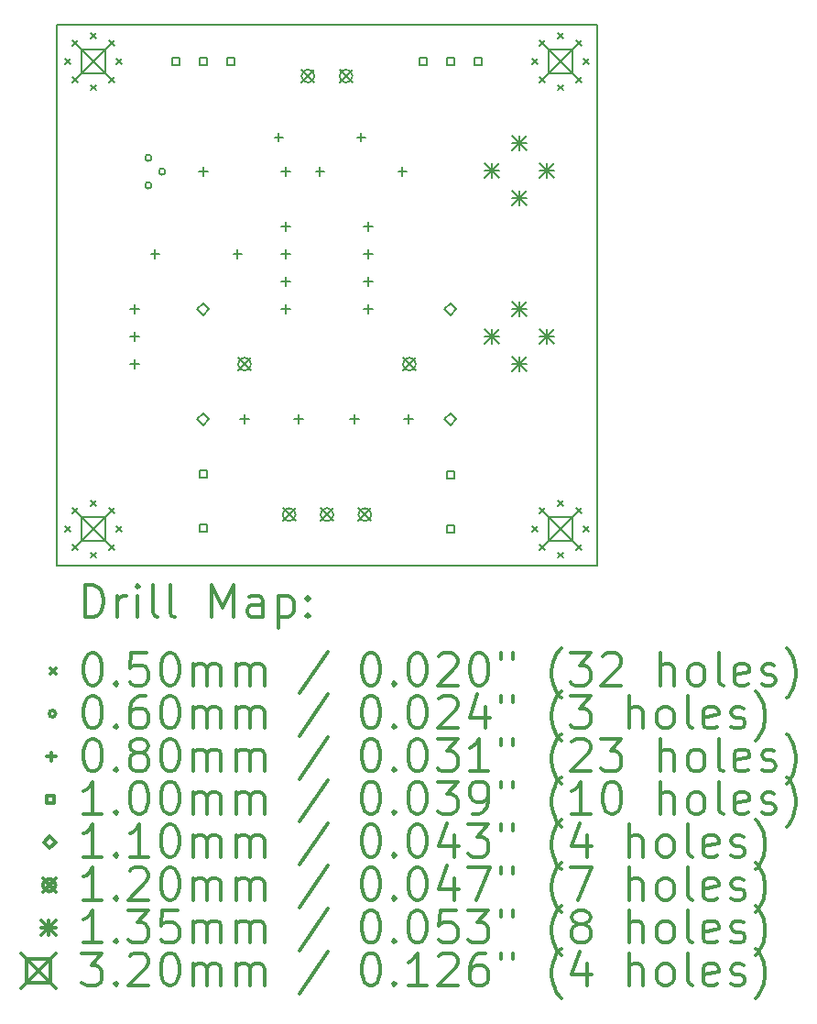
<source format=gbr>
%FSLAX45Y45*%
G04 Gerber Fmt 4.5, Leading zero omitted, Abs format (unit mm)*
G04 Created by KiCad (PCBNEW 4.0.7-e2-6376~58~ubuntu16.04.1) date Sun Apr  8 20:27:57 2018*
%MOMM*%
%LPD*%
G01*
G04 APERTURE LIST*
%ADD10C,0.127000*%
%ADD11C,0.150000*%
%ADD12C,0.200000*%
%ADD13C,0.300000*%
G04 APERTURE END LIST*
D10*
D11*
X5000000Y-5000000D02*
X5000000Y-10000000D01*
X10000000Y-5000000D02*
X10000000Y-10000000D01*
X5000000Y-10000000D02*
X10000000Y-10000000D01*
X5000000Y-5000000D02*
X10000000Y-5000000D01*
D12*
X5076000Y-5316000D02*
X5126000Y-5366000D01*
X5126000Y-5316000D02*
X5076000Y-5366000D01*
X5076000Y-9634000D02*
X5126000Y-9684000D01*
X5126000Y-9634000D02*
X5076000Y-9684000D01*
X5146294Y-5146294D02*
X5196294Y-5196294D01*
X5196294Y-5146294D02*
X5146294Y-5196294D01*
X5146294Y-5485706D02*
X5196294Y-5535706D01*
X5196294Y-5485706D02*
X5146294Y-5535706D01*
X5146294Y-9464294D02*
X5196294Y-9514294D01*
X5196294Y-9464294D02*
X5146294Y-9514294D01*
X5146294Y-9803706D02*
X5196294Y-9853706D01*
X5196294Y-9803706D02*
X5146294Y-9853706D01*
X5316000Y-5076000D02*
X5366000Y-5126000D01*
X5366000Y-5076000D02*
X5316000Y-5126000D01*
X5316000Y-5556000D02*
X5366000Y-5606000D01*
X5366000Y-5556000D02*
X5316000Y-5606000D01*
X5316000Y-9394000D02*
X5366000Y-9444000D01*
X5366000Y-9394000D02*
X5316000Y-9444000D01*
X5316000Y-9874000D02*
X5366000Y-9924000D01*
X5366000Y-9874000D02*
X5316000Y-9924000D01*
X5485706Y-5146294D02*
X5535706Y-5196294D01*
X5535706Y-5146294D02*
X5485706Y-5196294D01*
X5485706Y-5485706D02*
X5535706Y-5535706D01*
X5535706Y-5485706D02*
X5485706Y-5535706D01*
X5485706Y-9464294D02*
X5535706Y-9514294D01*
X5535706Y-9464294D02*
X5485706Y-9514294D01*
X5485706Y-9803706D02*
X5535706Y-9853706D01*
X5535706Y-9803706D02*
X5485706Y-9853706D01*
X5556000Y-5316000D02*
X5606000Y-5366000D01*
X5606000Y-5316000D02*
X5556000Y-5366000D01*
X5556000Y-9634000D02*
X5606000Y-9684000D01*
X5606000Y-9634000D02*
X5556000Y-9684000D01*
X9394000Y-5316000D02*
X9444000Y-5366000D01*
X9444000Y-5316000D02*
X9394000Y-5366000D01*
X9394000Y-9634000D02*
X9444000Y-9684000D01*
X9444000Y-9634000D02*
X9394000Y-9684000D01*
X9464294Y-5146294D02*
X9514294Y-5196294D01*
X9514294Y-5146294D02*
X9464294Y-5196294D01*
X9464294Y-5485706D02*
X9514294Y-5535706D01*
X9514294Y-5485706D02*
X9464294Y-5535706D01*
X9464294Y-9464294D02*
X9514294Y-9514294D01*
X9514294Y-9464294D02*
X9464294Y-9514294D01*
X9464294Y-9803706D02*
X9514294Y-9853706D01*
X9514294Y-9803706D02*
X9464294Y-9853706D01*
X9634000Y-5076000D02*
X9684000Y-5126000D01*
X9684000Y-5076000D02*
X9634000Y-5126000D01*
X9634000Y-5556000D02*
X9684000Y-5606000D01*
X9684000Y-5556000D02*
X9634000Y-5606000D01*
X9634000Y-9394000D02*
X9684000Y-9444000D01*
X9684000Y-9394000D02*
X9634000Y-9444000D01*
X9634000Y-9874000D02*
X9684000Y-9924000D01*
X9684000Y-9874000D02*
X9634000Y-9924000D01*
X9803706Y-5146294D02*
X9853706Y-5196294D01*
X9853706Y-5146294D02*
X9803706Y-5196294D01*
X9803706Y-5485706D02*
X9853706Y-5535706D01*
X9853706Y-5485706D02*
X9803706Y-5535706D01*
X9803706Y-9464294D02*
X9853706Y-9514294D01*
X9853706Y-9464294D02*
X9803706Y-9514294D01*
X9803706Y-9803706D02*
X9853706Y-9853706D01*
X9853706Y-9803706D02*
X9803706Y-9853706D01*
X9874000Y-5316000D02*
X9924000Y-5366000D01*
X9924000Y-5316000D02*
X9874000Y-5366000D01*
X9874000Y-9634000D02*
X9924000Y-9684000D01*
X9924000Y-9634000D02*
X9874000Y-9684000D01*
X5879000Y-6230000D02*
G75*
G03X5879000Y-6230000I-30000J0D01*
G01*
X5879000Y-6484000D02*
G75*
G03X5879000Y-6484000I-30000J0D01*
G01*
X6006000Y-6357000D02*
G75*
G03X6006000Y-6357000I-30000J0D01*
G01*
X5722000Y-7587000D02*
X5722000Y-7667000D01*
X5682000Y-7627000D02*
X5762000Y-7627000D01*
X5722000Y-7841000D02*
X5722000Y-7921000D01*
X5682000Y-7881000D02*
X5762000Y-7881000D01*
X5722000Y-8095000D02*
X5722000Y-8175000D01*
X5682000Y-8135000D02*
X5762000Y-8135000D01*
X5912500Y-7079000D02*
X5912500Y-7159000D01*
X5872500Y-7119000D02*
X5952500Y-7119000D01*
X6357000Y-6317000D02*
X6357000Y-6397000D01*
X6317000Y-6357000D02*
X6397000Y-6357000D01*
X6674500Y-7079000D02*
X6674500Y-7159000D01*
X6634500Y-7119000D02*
X6714500Y-7119000D01*
X6738000Y-8603000D02*
X6738000Y-8683000D01*
X6698000Y-8643000D02*
X6778000Y-8643000D01*
X7055500Y-5999500D02*
X7055500Y-6079500D01*
X7015500Y-6039500D02*
X7095500Y-6039500D01*
X7119000Y-6317000D02*
X7119000Y-6397000D01*
X7079000Y-6357000D02*
X7159000Y-6357000D01*
X7119000Y-6825000D02*
X7119000Y-6905000D01*
X7079000Y-6865000D02*
X7159000Y-6865000D01*
X7119000Y-7079000D02*
X7119000Y-7159000D01*
X7079000Y-7119000D02*
X7159000Y-7119000D01*
X7119000Y-7333000D02*
X7119000Y-7413000D01*
X7079000Y-7373000D02*
X7159000Y-7373000D01*
X7119000Y-7587000D02*
X7119000Y-7667000D01*
X7079000Y-7627000D02*
X7159000Y-7627000D01*
X7238000Y-8603000D02*
X7238000Y-8683000D01*
X7198000Y-8643000D02*
X7278000Y-8643000D01*
X7436500Y-6317000D02*
X7436500Y-6397000D01*
X7396500Y-6357000D02*
X7476500Y-6357000D01*
X7754000Y-8603000D02*
X7754000Y-8683000D01*
X7714000Y-8643000D02*
X7794000Y-8643000D01*
X7817500Y-5999500D02*
X7817500Y-6079500D01*
X7777500Y-6039500D02*
X7857500Y-6039500D01*
X7881000Y-6825000D02*
X7881000Y-6905000D01*
X7841000Y-6865000D02*
X7921000Y-6865000D01*
X7881000Y-7079000D02*
X7881000Y-7159000D01*
X7841000Y-7119000D02*
X7921000Y-7119000D01*
X7881000Y-7333000D02*
X7881000Y-7413000D01*
X7841000Y-7373000D02*
X7921000Y-7373000D01*
X7881000Y-7587000D02*
X7881000Y-7667000D01*
X7841000Y-7627000D02*
X7921000Y-7627000D01*
X8198500Y-6317000D02*
X8198500Y-6397000D01*
X8158500Y-6357000D02*
X8238500Y-6357000D01*
X8254000Y-8603000D02*
X8254000Y-8683000D01*
X8214000Y-8643000D02*
X8294000Y-8643000D01*
X6138356Y-5376356D02*
X6138356Y-5305644D01*
X6067644Y-5305644D01*
X6067644Y-5376356D01*
X6138356Y-5376356D01*
X6392356Y-5376356D02*
X6392356Y-5305644D01*
X6321644Y-5305644D01*
X6321644Y-5376356D01*
X6392356Y-5376356D01*
X6392356Y-9186356D02*
X6392356Y-9115644D01*
X6321644Y-9115644D01*
X6321644Y-9186356D01*
X6392356Y-9186356D01*
X6392356Y-9686356D02*
X6392356Y-9615644D01*
X6321644Y-9615644D01*
X6321644Y-9686356D01*
X6392356Y-9686356D01*
X6646356Y-5376356D02*
X6646356Y-5305644D01*
X6575644Y-5305644D01*
X6575644Y-5376356D01*
X6646356Y-5376356D01*
X8424356Y-5376356D02*
X8424356Y-5305644D01*
X8353644Y-5305644D01*
X8353644Y-5376356D01*
X8424356Y-5376356D01*
X8678356Y-5376356D02*
X8678356Y-5305644D01*
X8607644Y-5305644D01*
X8607644Y-5376356D01*
X8678356Y-5376356D01*
X8678356Y-9194356D02*
X8678356Y-9123644D01*
X8607644Y-9123644D01*
X8607644Y-9194356D01*
X8678356Y-9194356D01*
X8678356Y-9694356D02*
X8678356Y-9623644D01*
X8607644Y-9623644D01*
X8607644Y-9694356D01*
X8678356Y-9694356D01*
X8932356Y-5376356D02*
X8932356Y-5305644D01*
X8861644Y-5305644D01*
X8861644Y-5376356D01*
X8932356Y-5376356D01*
X6357000Y-7682000D02*
X6412000Y-7627000D01*
X6357000Y-7572000D01*
X6302000Y-7627000D01*
X6357000Y-7682000D01*
X6357000Y-8698000D02*
X6412000Y-8643000D01*
X6357000Y-8588000D01*
X6302000Y-8643000D01*
X6357000Y-8698000D01*
X8643000Y-7682000D02*
X8698000Y-7627000D01*
X8643000Y-7572000D01*
X8588000Y-7627000D01*
X8643000Y-7682000D01*
X8643000Y-8698000D02*
X8698000Y-8643000D01*
X8643000Y-8588000D01*
X8588000Y-8643000D01*
X8643000Y-8698000D01*
X6678000Y-8075000D02*
X6798000Y-8195000D01*
X6798000Y-8075000D02*
X6678000Y-8195000D01*
X6798000Y-8135000D02*
G75*
G03X6798000Y-8135000I-60000J0D01*
G01*
X7090000Y-9465500D02*
X7210000Y-9585500D01*
X7210000Y-9465500D02*
X7090000Y-9585500D01*
X7210000Y-9525500D02*
G75*
G03X7210000Y-9525500I-60000J0D01*
G01*
X7265000Y-5414500D02*
X7385000Y-5534500D01*
X7385000Y-5414500D02*
X7265000Y-5534500D01*
X7385000Y-5474500D02*
G75*
G03X7385000Y-5474500I-60000J0D01*
G01*
X7440000Y-9465500D02*
X7560000Y-9585500D01*
X7560000Y-9465500D02*
X7440000Y-9585500D01*
X7560000Y-9525500D02*
G75*
G03X7560000Y-9525500I-60000J0D01*
G01*
X7615000Y-5414500D02*
X7735000Y-5534500D01*
X7735000Y-5414500D02*
X7615000Y-5534500D01*
X7735000Y-5474500D02*
G75*
G03X7735000Y-5474500I-60000J0D01*
G01*
X7790000Y-9465500D02*
X7910000Y-9585500D01*
X7910000Y-9465500D02*
X7790000Y-9585500D01*
X7910000Y-9525500D02*
G75*
G03X7910000Y-9525500I-60000J0D01*
G01*
X8202000Y-8075000D02*
X8322000Y-8195000D01*
X8322000Y-8075000D02*
X8202000Y-8195000D01*
X8322000Y-8135000D02*
G75*
G03X8322000Y-8135000I-60000J0D01*
G01*
X8956500Y-6281500D02*
X9091500Y-6416500D01*
X9091500Y-6281500D02*
X8956500Y-6416500D01*
X9024000Y-6281500D02*
X9024000Y-6416500D01*
X8956500Y-6349000D02*
X9091500Y-6349000D01*
X8956500Y-7813500D02*
X9091500Y-7948500D01*
X9091500Y-7813500D02*
X8956500Y-7948500D01*
X9024000Y-7813500D02*
X9024000Y-7948500D01*
X8956500Y-7881000D02*
X9091500Y-7881000D01*
X9210500Y-6027500D02*
X9345500Y-6162500D01*
X9345500Y-6027500D02*
X9210500Y-6162500D01*
X9278000Y-6027500D02*
X9278000Y-6162500D01*
X9210500Y-6095000D02*
X9345500Y-6095000D01*
X9210500Y-6535500D02*
X9345500Y-6670500D01*
X9345500Y-6535500D02*
X9210500Y-6670500D01*
X9278000Y-6535500D02*
X9278000Y-6670500D01*
X9210500Y-6603000D02*
X9345500Y-6603000D01*
X9210500Y-7559500D02*
X9345500Y-7694500D01*
X9345500Y-7559500D02*
X9210500Y-7694500D01*
X9278000Y-7559500D02*
X9278000Y-7694500D01*
X9210500Y-7627000D02*
X9345500Y-7627000D01*
X9210500Y-8067500D02*
X9345500Y-8202500D01*
X9345500Y-8067500D02*
X9210500Y-8202500D01*
X9278000Y-8067500D02*
X9278000Y-8202500D01*
X9210500Y-8135000D02*
X9345500Y-8135000D01*
X9464500Y-6281500D02*
X9599500Y-6416500D01*
X9599500Y-6281500D02*
X9464500Y-6416500D01*
X9532000Y-6281500D02*
X9532000Y-6416500D01*
X9464500Y-6349000D02*
X9599500Y-6349000D01*
X9464500Y-7813500D02*
X9599500Y-7948500D01*
X9599500Y-7813500D02*
X9464500Y-7948500D01*
X9532000Y-7813500D02*
X9532000Y-7948500D01*
X9464500Y-7881000D02*
X9599500Y-7881000D01*
X5181000Y-5181000D02*
X5501000Y-5501000D01*
X5501000Y-5181000D02*
X5181000Y-5501000D01*
X5454138Y-5454138D02*
X5454138Y-5227862D01*
X5227862Y-5227862D01*
X5227862Y-5454138D01*
X5454138Y-5454138D01*
X5181000Y-9499000D02*
X5501000Y-9819000D01*
X5501000Y-9499000D02*
X5181000Y-9819000D01*
X5454138Y-9772138D02*
X5454138Y-9545862D01*
X5227862Y-9545862D01*
X5227862Y-9772138D01*
X5454138Y-9772138D01*
X9499000Y-5181000D02*
X9819000Y-5501000D01*
X9819000Y-5181000D02*
X9499000Y-5501000D01*
X9772138Y-5454138D02*
X9772138Y-5227862D01*
X9545862Y-5227862D01*
X9545862Y-5454138D01*
X9772138Y-5454138D01*
X9499000Y-9499000D02*
X9819000Y-9819000D01*
X9819000Y-9499000D02*
X9499000Y-9819000D01*
X9772138Y-9772138D02*
X9772138Y-9545862D01*
X9545862Y-9545862D01*
X9545862Y-9772138D01*
X9772138Y-9772138D01*
D13*
X5263929Y-10473214D02*
X5263929Y-10173214D01*
X5335357Y-10173214D01*
X5378214Y-10187500D01*
X5406786Y-10216072D01*
X5421071Y-10244643D01*
X5435357Y-10301786D01*
X5435357Y-10344643D01*
X5421071Y-10401786D01*
X5406786Y-10430357D01*
X5378214Y-10458929D01*
X5335357Y-10473214D01*
X5263929Y-10473214D01*
X5563929Y-10473214D02*
X5563929Y-10273214D01*
X5563929Y-10330357D02*
X5578214Y-10301786D01*
X5592500Y-10287500D01*
X5621071Y-10273214D01*
X5649643Y-10273214D01*
X5749643Y-10473214D02*
X5749643Y-10273214D01*
X5749643Y-10173214D02*
X5735357Y-10187500D01*
X5749643Y-10201786D01*
X5763928Y-10187500D01*
X5749643Y-10173214D01*
X5749643Y-10201786D01*
X5935357Y-10473214D02*
X5906786Y-10458929D01*
X5892500Y-10430357D01*
X5892500Y-10173214D01*
X6092500Y-10473214D02*
X6063928Y-10458929D01*
X6049643Y-10430357D01*
X6049643Y-10173214D01*
X6435357Y-10473214D02*
X6435357Y-10173214D01*
X6535357Y-10387500D01*
X6635357Y-10173214D01*
X6635357Y-10473214D01*
X6906786Y-10473214D02*
X6906786Y-10316072D01*
X6892500Y-10287500D01*
X6863928Y-10273214D01*
X6806786Y-10273214D01*
X6778214Y-10287500D01*
X6906786Y-10458929D02*
X6878214Y-10473214D01*
X6806786Y-10473214D01*
X6778214Y-10458929D01*
X6763928Y-10430357D01*
X6763928Y-10401786D01*
X6778214Y-10373214D01*
X6806786Y-10358929D01*
X6878214Y-10358929D01*
X6906786Y-10344643D01*
X7049643Y-10273214D02*
X7049643Y-10573214D01*
X7049643Y-10287500D02*
X7078214Y-10273214D01*
X7135357Y-10273214D01*
X7163928Y-10287500D01*
X7178214Y-10301786D01*
X7192500Y-10330357D01*
X7192500Y-10416072D01*
X7178214Y-10444643D01*
X7163928Y-10458929D01*
X7135357Y-10473214D01*
X7078214Y-10473214D01*
X7049643Y-10458929D01*
X7321071Y-10444643D02*
X7335357Y-10458929D01*
X7321071Y-10473214D01*
X7306786Y-10458929D01*
X7321071Y-10444643D01*
X7321071Y-10473214D01*
X7321071Y-10287500D02*
X7335357Y-10301786D01*
X7321071Y-10316072D01*
X7306786Y-10301786D01*
X7321071Y-10287500D01*
X7321071Y-10316072D01*
X4942500Y-10942500D02*
X4992500Y-10992500D01*
X4992500Y-10942500D02*
X4942500Y-10992500D01*
X5321071Y-10803214D02*
X5349643Y-10803214D01*
X5378214Y-10817500D01*
X5392500Y-10831786D01*
X5406786Y-10860357D01*
X5421071Y-10917500D01*
X5421071Y-10988929D01*
X5406786Y-11046072D01*
X5392500Y-11074643D01*
X5378214Y-11088929D01*
X5349643Y-11103214D01*
X5321071Y-11103214D01*
X5292500Y-11088929D01*
X5278214Y-11074643D01*
X5263929Y-11046072D01*
X5249643Y-10988929D01*
X5249643Y-10917500D01*
X5263929Y-10860357D01*
X5278214Y-10831786D01*
X5292500Y-10817500D01*
X5321071Y-10803214D01*
X5549643Y-11074643D02*
X5563929Y-11088929D01*
X5549643Y-11103214D01*
X5535357Y-11088929D01*
X5549643Y-11074643D01*
X5549643Y-11103214D01*
X5835357Y-10803214D02*
X5692500Y-10803214D01*
X5678214Y-10946072D01*
X5692500Y-10931786D01*
X5721071Y-10917500D01*
X5792500Y-10917500D01*
X5821071Y-10931786D01*
X5835357Y-10946072D01*
X5849643Y-10974643D01*
X5849643Y-11046072D01*
X5835357Y-11074643D01*
X5821071Y-11088929D01*
X5792500Y-11103214D01*
X5721071Y-11103214D01*
X5692500Y-11088929D01*
X5678214Y-11074643D01*
X6035357Y-10803214D02*
X6063928Y-10803214D01*
X6092500Y-10817500D01*
X6106786Y-10831786D01*
X6121071Y-10860357D01*
X6135357Y-10917500D01*
X6135357Y-10988929D01*
X6121071Y-11046072D01*
X6106786Y-11074643D01*
X6092500Y-11088929D01*
X6063928Y-11103214D01*
X6035357Y-11103214D01*
X6006786Y-11088929D01*
X5992500Y-11074643D01*
X5978214Y-11046072D01*
X5963928Y-10988929D01*
X5963928Y-10917500D01*
X5978214Y-10860357D01*
X5992500Y-10831786D01*
X6006786Y-10817500D01*
X6035357Y-10803214D01*
X6263928Y-11103214D02*
X6263928Y-10903214D01*
X6263928Y-10931786D02*
X6278214Y-10917500D01*
X6306786Y-10903214D01*
X6349643Y-10903214D01*
X6378214Y-10917500D01*
X6392500Y-10946072D01*
X6392500Y-11103214D01*
X6392500Y-10946072D02*
X6406786Y-10917500D01*
X6435357Y-10903214D01*
X6478214Y-10903214D01*
X6506786Y-10917500D01*
X6521071Y-10946072D01*
X6521071Y-11103214D01*
X6663928Y-11103214D02*
X6663928Y-10903214D01*
X6663928Y-10931786D02*
X6678214Y-10917500D01*
X6706786Y-10903214D01*
X6749643Y-10903214D01*
X6778214Y-10917500D01*
X6792500Y-10946072D01*
X6792500Y-11103214D01*
X6792500Y-10946072D02*
X6806786Y-10917500D01*
X6835357Y-10903214D01*
X6878214Y-10903214D01*
X6906786Y-10917500D01*
X6921071Y-10946072D01*
X6921071Y-11103214D01*
X7506786Y-10788929D02*
X7249643Y-11174643D01*
X7892500Y-10803214D02*
X7921071Y-10803214D01*
X7949643Y-10817500D01*
X7963928Y-10831786D01*
X7978214Y-10860357D01*
X7992500Y-10917500D01*
X7992500Y-10988929D01*
X7978214Y-11046072D01*
X7963928Y-11074643D01*
X7949643Y-11088929D01*
X7921071Y-11103214D01*
X7892500Y-11103214D01*
X7863928Y-11088929D01*
X7849643Y-11074643D01*
X7835357Y-11046072D01*
X7821071Y-10988929D01*
X7821071Y-10917500D01*
X7835357Y-10860357D01*
X7849643Y-10831786D01*
X7863928Y-10817500D01*
X7892500Y-10803214D01*
X8121071Y-11074643D02*
X8135357Y-11088929D01*
X8121071Y-11103214D01*
X8106786Y-11088929D01*
X8121071Y-11074643D01*
X8121071Y-11103214D01*
X8321071Y-10803214D02*
X8349643Y-10803214D01*
X8378214Y-10817500D01*
X8392500Y-10831786D01*
X8406786Y-10860357D01*
X8421071Y-10917500D01*
X8421071Y-10988929D01*
X8406786Y-11046072D01*
X8392500Y-11074643D01*
X8378214Y-11088929D01*
X8349643Y-11103214D01*
X8321071Y-11103214D01*
X8292500Y-11088929D01*
X8278214Y-11074643D01*
X8263928Y-11046072D01*
X8249643Y-10988929D01*
X8249643Y-10917500D01*
X8263928Y-10860357D01*
X8278214Y-10831786D01*
X8292500Y-10817500D01*
X8321071Y-10803214D01*
X8535357Y-10831786D02*
X8549643Y-10817500D01*
X8578214Y-10803214D01*
X8649643Y-10803214D01*
X8678214Y-10817500D01*
X8692500Y-10831786D01*
X8706786Y-10860357D01*
X8706786Y-10888929D01*
X8692500Y-10931786D01*
X8521071Y-11103214D01*
X8706786Y-11103214D01*
X8892500Y-10803214D02*
X8921071Y-10803214D01*
X8949643Y-10817500D01*
X8963928Y-10831786D01*
X8978214Y-10860357D01*
X8992500Y-10917500D01*
X8992500Y-10988929D01*
X8978214Y-11046072D01*
X8963928Y-11074643D01*
X8949643Y-11088929D01*
X8921071Y-11103214D01*
X8892500Y-11103214D01*
X8863928Y-11088929D01*
X8849643Y-11074643D01*
X8835357Y-11046072D01*
X8821071Y-10988929D01*
X8821071Y-10917500D01*
X8835357Y-10860357D01*
X8849643Y-10831786D01*
X8863928Y-10817500D01*
X8892500Y-10803214D01*
X9106786Y-10803214D02*
X9106786Y-10860357D01*
X9221071Y-10803214D02*
X9221071Y-10860357D01*
X9663928Y-11217500D02*
X9649643Y-11203214D01*
X9621071Y-11160357D01*
X9606786Y-11131786D01*
X9592500Y-11088929D01*
X9578214Y-11017500D01*
X9578214Y-10960357D01*
X9592500Y-10888929D01*
X9606786Y-10846072D01*
X9621071Y-10817500D01*
X9649643Y-10774643D01*
X9663928Y-10760357D01*
X9749643Y-10803214D02*
X9935357Y-10803214D01*
X9835357Y-10917500D01*
X9878214Y-10917500D01*
X9906786Y-10931786D01*
X9921071Y-10946072D01*
X9935357Y-10974643D01*
X9935357Y-11046072D01*
X9921071Y-11074643D01*
X9906786Y-11088929D01*
X9878214Y-11103214D01*
X9792500Y-11103214D01*
X9763928Y-11088929D01*
X9749643Y-11074643D01*
X10049643Y-10831786D02*
X10063928Y-10817500D01*
X10092500Y-10803214D01*
X10163928Y-10803214D01*
X10192500Y-10817500D01*
X10206786Y-10831786D01*
X10221071Y-10860357D01*
X10221071Y-10888929D01*
X10206786Y-10931786D01*
X10035357Y-11103214D01*
X10221071Y-11103214D01*
X10578214Y-11103214D02*
X10578214Y-10803214D01*
X10706786Y-11103214D02*
X10706786Y-10946072D01*
X10692500Y-10917500D01*
X10663928Y-10903214D01*
X10621071Y-10903214D01*
X10592500Y-10917500D01*
X10578214Y-10931786D01*
X10892500Y-11103214D02*
X10863928Y-11088929D01*
X10849643Y-11074643D01*
X10835357Y-11046072D01*
X10835357Y-10960357D01*
X10849643Y-10931786D01*
X10863928Y-10917500D01*
X10892500Y-10903214D01*
X10935357Y-10903214D01*
X10963928Y-10917500D01*
X10978214Y-10931786D01*
X10992500Y-10960357D01*
X10992500Y-11046072D01*
X10978214Y-11074643D01*
X10963928Y-11088929D01*
X10935357Y-11103214D01*
X10892500Y-11103214D01*
X11163928Y-11103214D02*
X11135357Y-11088929D01*
X11121071Y-11060357D01*
X11121071Y-10803214D01*
X11392500Y-11088929D02*
X11363928Y-11103214D01*
X11306786Y-11103214D01*
X11278214Y-11088929D01*
X11263928Y-11060357D01*
X11263928Y-10946072D01*
X11278214Y-10917500D01*
X11306786Y-10903214D01*
X11363928Y-10903214D01*
X11392500Y-10917500D01*
X11406786Y-10946072D01*
X11406786Y-10974643D01*
X11263928Y-11003214D01*
X11521071Y-11088929D02*
X11549643Y-11103214D01*
X11606786Y-11103214D01*
X11635357Y-11088929D01*
X11649643Y-11060357D01*
X11649643Y-11046072D01*
X11635357Y-11017500D01*
X11606786Y-11003214D01*
X11563928Y-11003214D01*
X11535357Y-10988929D01*
X11521071Y-10960357D01*
X11521071Y-10946072D01*
X11535357Y-10917500D01*
X11563928Y-10903214D01*
X11606786Y-10903214D01*
X11635357Y-10917500D01*
X11749643Y-11217500D02*
X11763928Y-11203214D01*
X11792500Y-11160357D01*
X11806786Y-11131786D01*
X11821071Y-11088929D01*
X11835357Y-11017500D01*
X11835357Y-10960357D01*
X11821071Y-10888929D01*
X11806786Y-10846072D01*
X11792500Y-10817500D01*
X11763928Y-10774643D01*
X11749643Y-10760357D01*
X4992500Y-11363500D02*
G75*
G03X4992500Y-11363500I-30000J0D01*
G01*
X5321071Y-11199214D02*
X5349643Y-11199214D01*
X5378214Y-11213500D01*
X5392500Y-11227786D01*
X5406786Y-11256357D01*
X5421071Y-11313500D01*
X5421071Y-11384929D01*
X5406786Y-11442071D01*
X5392500Y-11470643D01*
X5378214Y-11484929D01*
X5349643Y-11499214D01*
X5321071Y-11499214D01*
X5292500Y-11484929D01*
X5278214Y-11470643D01*
X5263929Y-11442071D01*
X5249643Y-11384929D01*
X5249643Y-11313500D01*
X5263929Y-11256357D01*
X5278214Y-11227786D01*
X5292500Y-11213500D01*
X5321071Y-11199214D01*
X5549643Y-11470643D02*
X5563929Y-11484929D01*
X5549643Y-11499214D01*
X5535357Y-11484929D01*
X5549643Y-11470643D01*
X5549643Y-11499214D01*
X5821071Y-11199214D02*
X5763928Y-11199214D01*
X5735357Y-11213500D01*
X5721071Y-11227786D01*
X5692500Y-11270643D01*
X5678214Y-11327786D01*
X5678214Y-11442071D01*
X5692500Y-11470643D01*
X5706786Y-11484929D01*
X5735357Y-11499214D01*
X5792500Y-11499214D01*
X5821071Y-11484929D01*
X5835357Y-11470643D01*
X5849643Y-11442071D01*
X5849643Y-11370643D01*
X5835357Y-11342071D01*
X5821071Y-11327786D01*
X5792500Y-11313500D01*
X5735357Y-11313500D01*
X5706786Y-11327786D01*
X5692500Y-11342071D01*
X5678214Y-11370643D01*
X6035357Y-11199214D02*
X6063928Y-11199214D01*
X6092500Y-11213500D01*
X6106786Y-11227786D01*
X6121071Y-11256357D01*
X6135357Y-11313500D01*
X6135357Y-11384929D01*
X6121071Y-11442071D01*
X6106786Y-11470643D01*
X6092500Y-11484929D01*
X6063928Y-11499214D01*
X6035357Y-11499214D01*
X6006786Y-11484929D01*
X5992500Y-11470643D01*
X5978214Y-11442071D01*
X5963928Y-11384929D01*
X5963928Y-11313500D01*
X5978214Y-11256357D01*
X5992500Y-11227786D01*
X6006786Y-11213500D01*
X6035357Y-11199214D01*
X6263928Y-11499214D02*
X6263928Y-11299214D01*
X6263928Y-11327786D02*
X6278214Y-11313500D01*
X6306786Y-11299214D01*
X6349643Y-11299214D01*
X6378214Y-11313500D01*
X6392500Y-11342071D01*
X6392500Y-11499214D01*
X6392500Y-11342071D02*
X6406786Y-11313500D01*
X6435357Y-11299214D01*
X6478214Y-11299214D01*
X6506786Y-11313500D01*
X6521071Y-11342071D01*
X6521071Y-11499214D01*
X6663928Y-11499214D02*
X6663928Y-11299214D01*
X6663928Y-11327786D02*
X6678214Y-11313500D01*
X6706786Y-11299214D01*
X6749643Y-11299214D01*
X6778214Y-11313500D01*
X6792500Y-11342071D01*
X6792500Y-11499214D01*
X6792500Y-11342071D02*
X6806786Y-11313500D01*
X6835357Y-11299214D01*
X6878214Y-11299214D01*
X6906786Y-11313500D01*
X6921071Y-11342071D01*
X6921071Y-11499214D01*
X7506786Y-11184929D02*
X7249643Y-11570643D01*
X7892500Y-11199214D02*
X7921071Y-11199214D01*
X7949643Y-11213500D01*
X7963928Y-11227786D01*
X7978214Y-11256357D01*
X7992500Y-11313500D01*
X7992500Y-11384929D01*
X7978214Y-11442071D01*
X7963928Y-11470643D01*
X7949643Y-11484929D01*
X7921071Y-11499214D01*
X7892500Y-11499214D01*
X7863928Y-11484929D01*
X7849643Y-11470643D01*
X7835357Y-11442071D01*
X7821071Y-11384929D01*
X7821071Y-11313500D01*
X7835357Y-11256357D01*
X7849643Y-11227786D01*
X7863928Y-11213500D01*
X7892500Y-11199214D01*
X8121071Y-11470643D02*
X8135357Y-11484929D01*
X8121071Y-11499214D01*
X8106786Y-11484929D01*
X8121071Y-11470643D01*
X8121071Y-11499214D01*
X8321071Y-11199214D02*
X8349643Y-11199214D01*
X8378214Y-11213500D01*
X8392500Y-11227786D01*
X8406786Y-11256357D01*
X8421071Y-11313500D01*
X8421071Y-11384929D01*
X8406786Y-11442071D01*
X8392500Y-11470643D01*
X8378214Y-11484929D01*
X8349643Y-11499214D01*
X8321071Y-11499214D01*
X8292500Y-11484929D01*
X8278214Y-11470643D01*
X8263928Y-11442071D01*
X8249643Y-11384929D01*
X8249643Y-11313500D01*
X8263928Y-11256357D01*
X8278214Y-11227786D01*
X8292500Y-11213500D01*
X8321071Y-11199214D01*
X8535357Y-11227786D02*
X8549643Y-11213500D01*
X8578214Y-11199214D01*
X8649643Y-11199214D01*
X8678214Y-11213500D01*
X8692500Y-11227786D01*
X8706786Y-11256357D01*
X8706786Y-11284929D01*
X8692500Y-11327786D01*
X8521071Y-11499214D01*
X8706786Y-11499214D01*
X8963928Y-11299214D02*
X8963928Y-11499214D01*
X8892500Y-11184929D02*
X8821071Y-11399214D01*
X9006786Y-11399214D01*
X9106786Y-11199214D02*
X9106786Y-11256357D01*
X9221071Y-11199214D02*
X9221071Y-11256357D01*
X9663928Y-11613500D02*
X9649643Y-11599214D01*
X9621071Y-11556357D01*
X9606786Y-11527786D01*
X9592500Y-11484929D01*
X9578214Y-11413500D01*
X9578214Y-11356357D01*
X9592500Y-11284929D01*
X9606786Y-11242071D01*
X9621071Y-11213500D01*
X9649643Y-11170643D01*
X9663928Y-11156357D01*
X9749643Y-11199214D02*
X9935357Y-11199214D01*
X9835357Y-11313500D01*
X9878214Y-11313500D01*
X9906786Y-11327786D01*
X9921071Y-11342071D01*
X9935357Y-11370643D01*
X9935357Y-11442071D01*
X9921071Y-11470643D01*
X9906786Y-11484929D01*
X9878214Y-11499214D01*
X9792500Y-11499214D01*
X9763928Y-11484929D01*
X9749643Y-11470643D01*
X10292500Y-11499214D02*
X10292500Y-11199214D01*
X10421071Y-11499214D02*
X10421071Y-11342071D01*
X10406786Y-11313500D01*
X10378214Y-11299214D01*
X10335357Y-11299214D01*
X10306786Y-11313500D01*
X10292500Y-11327786D01*
X10606786Y-11499214D02*
X10578214Y-11484929D01*
X10563928Y-11470643D01*
X10549643Y-11442071D01*
X10549643Y-11356357D01*
X10563928Y-11327786D01*
X10578214Y-11313500D01*
X10606786Y-11299214D01*
X10649643Y-11299214D01*
X10678214Y-11313500D01*
X10692500Y-11327786D01*
X10706786Y-11356357D01*
X10706786Y-11442071D01*
X10692500Y-11470643D01*
X10678214Y-11484929D01*
X10649643Y-11499214D01*
X10606786Y-11499214D01*
X10878214Y-11499214D02*
X10849643Y-11484929D01*
X10835357Y-11456357D01*
X10835357Y-11199214D01*
X11106786Y-11484929D02*
X11078214Y-11499214D01*
X11021071Y-11499214D01*
X10992500Y-11484929D01*
X10978214Y-11456357D01*
X10978214Y-11342071D01*
X10992500Y-11313500D01*
X11021071Y-11299214D01*
X11078214Y-11299214D01*
X11106786Y-11313500D01*
X11121071Y-11342071D01*
X11121071Y-11370643D01*
X10978214Y-11399214D01*
X11235357Y-11484929D02*
X11263928Y-11499214D01*
X11321071Y-11499214D01*
X11349643Y-11484929D01*
X11363928Y-11456357D01*
X11363928Y-11442071D01*
X11349643Y-11413500D01*
X11321071Y-11399214D01*
X11278214Y-11399214D01*
X11249643Y-11384929D01*
X11235357Y-11356357D01*
X11235357Y-11342071D01*
X11249643Y-11313500D01*
X11278214Y-11299214D01*
X11321071Y-11299214D01*
X11349643Y-11313500D01*
X11463928Y-11613500D02*
X11478214Y-11599214D01*
X11506786Y-11556357D01*
X11521071Y-11527786D01*
X11535357Y-11484929D01*
X11549643Y-11413500D01*
X11549643Y-11356357D01*
X11535357Y-11284929D01*
X11521071Y-11242071D01*
X11506786Y-11213500D01*
X11478214Y-11170643D01*
X11463928Y-11156357D01*
X4952500Y-11719500D02*
X4952500Y-11799500D01*
X4912500Y-11759500D02*
X4992500Y-11759500D01*
X5321071Y-11595214D02*
X5349643Y-11595214D01*
X5378214Y-11609500D01*
X5392500Y-11623786D01*
X5406786Y-11652357D01*
X5421071Y-11709500D01*
X5421071Y-11780929D01*
X5406786Y-11838071D01*
X5392500Y-11866643D01*
X5378214Y-11880929D01*
X5349643Y-11895214D01*
X5321071Y-11895214D01*
X5292500Y-11880929D01*
X5278214Y-11866643D01*
X5263929Y-11838071D01*
X5249643Y-11780929D01*
X5249643Y-11709500D01*
X5263929Y-11652357D01*
X5278214Y-11623786D01*
X5292500Y-11609500D01*
X5321071Y-11595214D01*
X5549643Y-11866643D02*
X5563929Y-11880929D01*
X5549643Y-11895214D01*
X5535357Y-11880929D01*
X5549643Y-11866643D01*
X5549643Y-11895214D01*
X5735357Y-11723786D02*
X5706786Y-11709500D01*
X5692500Y-11695214D01*
X5678214Y-11666643D01*
X5678214Y-11652357D01*
X5692500Y-11623786D01*
X5706786Y-11609500D01*
X5735357Y-11595214D01*
X5792500Y-11595214D01*
X5821071Y-11609500D01*
X5835357Y-11623786D01*
X5849643Y-11652357D01*
X5849643Y-11666643D01*
X5835357Y-11695214D01*
X5821071Y-11709500D01*
X5792500Y-11723786D01*
X5735357Y-11723786D01*
X5706786Y-11738071D01*
X5692500Y-11752357D01*
X5678214Y-11780929D01*
X5678214Y-11838071D01*
X5692500Y-11866643D01*
X5706786Y-11880929D01*
X5735357Y-11895214D01*
X5792500Y-11895214D01*
X5821071Y-11880929D01*
X5835357Y-11866643D01*
X5849643Y-11838071D01*
X5849643Y-11780929D01*
X5835357Y-11752357D01*
X5821071Y-11738071D01*
X5792500Y-11723786D01*
X6035357Y-11595214D02*
X6063928Y-11595214D01*
X6092500Y-11609500D01*
X6106786Y-11623786D01*
X6121071Y-11652357D01*
X6135357Y-11709500D01*
X6135357Y-11780929D01*
X6121071Y-11838071D01*
X6106786Y-11866643D01*
X6092500Y-11880929D01*
X6063928Y-11895214D01*
X6035357Y-11895214D01*
X6006786Y-11880929D01*
X5992500Y-11866643D01*
X5978214Y-11838071D01*
X5963928Y-11780929D01*
X5963928Y-11709500D01*
X5978214Y-11652357D01*
X5992500Y-11623786D01*
X6006786Y-11609500D01*
X6035357Y-11595214D01*
X6263928Y-11895214D02*
X6263928Y-11695214D01*
X6263928Y-11723786D02*
X6278214Y-11709500D01*
X6306786Y-11695214D01*
X6349643Y-11695214D01*
X6378214Y-11709500D01*
X6392500Y-11738071D01*
X6392500Y-11895214D01*
X6392500Y-11738071D02*
X6406786Y-11709500D01*
X6435357Y-11695214D01*
X6478214Y-11695214D01*
X6506786Y-11709500D01*
X6521071Y-11738071D01*
X6521071Y-11895214D01*
X6663928Y-11895214D02*
X6663928Y-11695214D01*
X6663928Y-11723786D02*
X6678214Y-11709500D01*
X6706786Y-11695214D01*
X6749643Y-11695214D01*
X6778214Y-11709500D01*
X6792500Y-11738071D01*
X6792500Y-11895214D01*
X6792500Y-11738071D02*
X6806786Y-11709500D01*
X6835357Y-11695214D01*
X6878214Y-11695214D01*
X6906786Y-11709500D01*
X6921071Y-11738071D01*
X6921071Y-11895214D01*
X7506786Y-11580929D02*
X7249643Y-11966643D01*
X7892500Y-11595214D02*
X7921071Y-11595214D01*
X7949643Y-11609500D01*
X7963928Y-11623786D01*
X7978214Y-11652357D01*
X7992500Y-11709500D01*
X7992500Y-11780929D01*
X7978214Y-11838071D01*
X7963928Y-11866643D01*
X7949643Y-11880929D01*
X7921071Y-11895214D01*
X7892500Y-11895214D01*
X7863928Y-11880929D01*
X7849643Y-11866643D01*
X7835357Y-11838071D01*
X7821071Y-11780929D01*
X7821071Y-11709500D01*
X7835357Y-11652357D01*
X7849643Y-11623786D01*
X7863928Y-11609500D01*
X7892500Y-11595214D01*
X8121071Y-11866643D02*
X8135357Y-11880929D01*
X8121071Y-11895214D01*
X8106786Y-11880929D01*
X8121071Y-11866643D01*
X8121071Y-11895214D01*
X8321071Y-11595214D02*
X8349643Y-11595214D01*
X8378214Y-11609500D01*
X8392500Y-11623786D01*
X8406786Y-11652357D01*
X8421071Y-11709500D01*
X8421071Y-11780929D01*
X8406786Y-11838071D01*
X8392500Y-11866643D01*
X8378214Y-11880929D01*
X8349643Y-11895214D01*
X8321071Y-11895214D01*
X8292500Y-11880929D01*
X8278214Y-11866643D01*
X8263928Y-11838071D01*
X8249643Y-11780929D01*
X8249643Y-11709500D01*
X8263928Y-11652357D01*
X8278214Y-11623786D01*
X8292500Y-11609500D01*
X8321071Y-11595214D01*
X8521071Y-11595214D02*
X8706786Y-11595214D01*
X8606786Y-11709500D01*
X8649643Y-11709500D01*
X8678214Y-11723786D01*
X8692500Y-11738071D01*
X8706786Y-11766643D01*
X8706786Y-11838071D01*
X8692500Y-11866643D01*
X8678214Y-11880929D01*
X8649643Y-11895214D01*
X8563928Y-11895214D01*
X8535357Y-11880929D01*
X8521071Y-11866643D01*
X8992500Y-11895214D02*
X8821071Y-11895214D01*
X8906786Y-11895214D02*
X8906786Y-11595214D01*
X8878214Y-11638071D01*
X8849643Y-11666643D01*
X8821071Y-11680929D01*
X9106786Y-11595214D02*
X9106786Y-11652357D01*
X9221071Y-11595214D02*
X9221071Y-11652357D01*
X9663928Y-12009500D02*
X9649643Y-11995214D01*
X9621071Y-11952357D01*
X9606786Y-11923786D01*
X9592500Y-11880929D01*
X9578214Y-11809500D01*
X9578214Y-11752357D01*
X9592500Y-11680929D01*
X9606786Y-11638071D01*
X9621071Y-11609500D01*
X9649643Y-11566643D01*
X9663928Y-11552357D01*
X9763928Y-11623786D02*
X9778214Y-11609500D01*
X9806786Y-11595214D01*
X9878214Y-11595214D01*
X9906786Y-11609500D01*
X9921071Y-11623786D01*
X9935357Y-11652357D01*
X9935357Y-11680929D01*
X9921071Y-11723786D01*
X9749643Y-11895214D01*
X9935357Y-11895214D01*
X10035357Y-11595214D02*
X10221071Y-11595214D01*
X10121071Y-11709500D01*
X10163928Y-11709500D01*
X10192500Y-11723786D01*
X10206786Y-11738071D01*
X10221071Y-11766643D01*
X10221071Y-11838071D01*
X10206786Y-11866643D01*
X10192500Y-11880929D01*
X10163928Y-11895214D01*
X10078214Y-11895214D01*
X10049643Y-11880929D01*
X10035357Y-11866643D01*
X10578214Y-11895214D02*
X10578214Y-11595214D01*
X10706786Y-11895214D02*
X10706786Y-11738071D01*
X10692500Y-11709500D01*
X10663928Y-11695214D01*
X10621071Y-11695214D01*
X10592500Y-11709500D01*
X10578214Y-11723786D01*
X10892500Y-11895214D02*
X10863928Y-11880929D01*
X10849643Y-11866643D01*
X10835357Y-11838071D01*
X10835357Y-11752357D01*
X10849643Y-11723786D01*
X10863928Y-11709500D01*
X10892500Y-11695214D01*
X10935357Y-11695214D01*
X10963928Y-11709500D01*
X10978214Y-11723786D01*
X10992500Y-11752357D01*
X10992500Y-11838071D01*
X10978214Y-11866643D01*
X10963928Y-11880929D01*
X10935357Y-11895214D01*
X10892500Y-11895214D01*
X11163928Y-11895214D02*
X11135357Y-11880929D01*
X11121071Y-11852357D01*
X11121071Y-11595214D01*
X11392500Y-11880929D02*
X11363928Y-11895214D01*
X11306786Y-11895214D01*
X11278214Y-11880929D01*
X11263928Y-11852357D01*
X11263928Y-11738071D01*
X11278214Y-11709500D01*
X11306786Y-11695214D01*
X11363928Y-11695214D01*
X11392500Y-11709500D01*
X11406786Y-11738071D01*
X11406786Y-11766643D01*
X11263928Y-11795214D01*
X11521071Y-11880929D02*
X11549643Y-11895214D01*
X11606786Y-11895214D01*
X11635357Y-11880929D01*
X11649643Y-11852357D01*
X11649643Y-11838071D01*
X11635357Y-11809500D01*
X11606786Y-11795214D01*
X11563928Y-11795214D01*
X11535357Y-11780929D01*
X11521071Y-11752357D01*
X11521071Y-11738071D01*
X11535357Y-11709500D01*
X11563928Y-11695214D01*
X11606786Y-11695214D01*
X11635357Y-11709500D01*
X11749643Y-12009500D02*
X11763928Y-11995214D01*
X11792500Y-11952357D01*
X11806786Y-11923786D01*
X11821071Y-11880929D01*
X11835357Y-11809500D01*
X11835357Y-11752357D01*
X11821071Y-11680929D01*
X11806786Y-11638071D01*
X11792500Y-11609500D01*
X11763928Y-11566643D01*
X11749643Y-11552357D01*
X4977856Y-12190856D02*
X4977856Y-12120144D01*
X4907144Y-12120144D01*
X4907144Y-12190856D01*
X4977856Y-12190856D01*
X5421071Y-12291214D02*
X5249643Y-12291214D01*
X5335357Y-12291214D02*
X5335357Y-11991214D01*
X5306786Y-12034071D01*
X5278214Y-12062643D01*
X5249643Y-12076929D01*
X5549643Y-12262643D02*
X5563929Y-12276929D01*
X5549643Y-12291214D01*
X5535357Y-12276929D01*
X5549643Y-12262643D01*
X5549643Y-12291214D01*
X5749643Y-11991214D02*
X5778214Y-11991214D01*
X5806786Y-12005500D01*
X5821071Y-12019786D01*
X5835357Y-12048357D01*
X5849643Y-12105500D01*
X5849643Y-12176929D01*
X5835357Y-12234071D01*
X5821071Y-12262643D01*
X5806786Y-12276929D01*
X5778214Y-12291214D01*
X5749643Y-12291214D01*
X5721071Y-12276929D01*
X5706786Y-12262643D01*
X5692500Y-12234071D01*
X5678214Y-12176929D01*
X5678214Y-12105500D01*
X5692500Y-12048357D01*
X5706786Y-12019786D01*
X5721071Y-12005500D01*
X5749643Y-11991214D01*
X6035357Y-11991214D02*
X6063928Y-11991214D01*
X6092500Y-12005500D01*
X6106786Y-12019786D01*
X6121071Y-12048357D01*
X6135357Y-12105500D01*
X6135357Y-12176929D01*
X6121071Y-12234071D01*
X6106786Y-12262643D01*
X6092500Y-12276929D01*
X6063928Y-12291214D01*
X6035357Y-12291214D01*
X6006786Y-12276929D01*
X5992500Y-12262643D01*
X5978214Y-12234071D01*
X5963928Y-12176929D01*
X5963928Y-12105500D01*
X5978214Y-12048357D01*
X5992500Y-12019786D01*
X6006786Y-12005500D01*
X6035357Y-11991214D01*
X6263928Y-12291214D02*
X6263928Y-12091214D01*
X6263928Y-12119786D02*
X6278214Y-12105500D01*
X6306786Y-12091214D01*
X6349643Y-12091214D01*
X6378214Y-12105500D01*
X6392500Y-12134071D01*
X6392500Y-12291214D01*
X6392500Y-12134071D02*
X6406786Y-12105500D01*
X6435357Y-12091214D01*
X6478214Y-12091214D01*
X6506786Y-12105500D01*
X6521071Y-12134071D01*
X6521071Y-12291214D01*
X6663928Y-12291214D02*
X6663928Y-12091214D01*
X6663928Y-12119786D02*
X6678214Y-12105500D01*
X6706786Y-12091214D01*
X6749643Y-12091214D01*
X6778214Y-12105500D01*
X6792500Y-12134071D01*
X6792500Y-12291214D01*
X6792500Y-12134071D02*
X6806786Y-12105500D01*
X6835357Y-12091214D01*
X6878214Y-12091214D01*
X6906786Y-12105500D01*
X6921071Y-12134071D01*
X6921071Y-12291214D01*
X7506786Y-11976929D02*
X7249643Y-12362643D01*
X7892500Y-11991214D02*
X7921071Y-11991214D01*
X7949643Y-12005500D01*
X7963928Y-12019786D01*
X7978214Y-12048357D01*
X7992500Y-12105500D01*
X7992500Y-12176929D01*
X7978214Y-12234071D01*
X7963928Y-12262643D01*
X7949643Y-12276929D01*
X7921071Y-12291214D01*
X7892500Y-12291214D01*
X7863928Y-12276929D01*
X7849643Y-12262643D01*
X7835357Y-12234071D01*
X7821071Y-12176929D01*
X7821071Y-12105500D01*
X7835357Y-12048357D01*
X7849643Y-12019786D01*
X7863928Y-12005500D01*
X7892500Y-11991214D01*
X8121071Y-12262643D02*
X8135357Y-12276929D01*
X8121071Y-12291214D01*
X8106786Y-12276929D01*
X8121071Y-12262643D01*
X8121071Y-12291214D01*
X8321071Y-11991214D02*
X8349643Y-11991214D01*
X8378214Y-12005500D01*
X8392500Y-12019786D01*
X8406786Y-12048357D01*
X8421071Y-12105500D01*
X8421071Y-12176929D01*
X8406786Y-12234071D01*
X8392500Y-12262643D01*
X8378214Y-12276929D01*
X8349643Y-12291214D01*
X8321071Y-12291214D01*
X8292500Y-12276929D01*
X8278214Y-12262643D01*
X8263928Y-12234071D01*
X8249643Y-12176929D01*
X8249643Y-12105500D01*
X8263928Y-12048357D01*
X8278214Y-12019786D01*
X8292500Y-12005500D01*
X8321071Y-11991214D01*
X8521071Y-11991214D02*
X8706786Y-11991214D01*
X8606786Y-12105500D01*
X8649643Y-12105500D01*
X8678214Y-12119786D01*
X8692500Y-12134071D01*
X8706786Y-12162643D01*
X8706786Y-12234071D01*
X8692500Y-12262643D01*
X8678214Y-12276929D01*
X8649643Y-12291214D01*
X8563928Y-12291214D01*
X8535357Y-12276929D01*
X8521071Y-12262643D01*
X8849643Y-12291214D02*
X8906786Y-12291214D01*
X8935357Y-12276929D01*
X8949643Y-12262643D01*
X8978214Y-12219786D01*
X8992500Y-12162643D01*
X8992500Y-12048357D01*
X8978214Y-12019786D01*
X8963928Y-12005500D01*
X8935357Y-11991214D01*
X8878214Y-11991214D01*
X8849643Y-12005500D01*
X8835357Y-12019786D01*
X8821071Y-12048357D01*
X8821071Y-12119786D01*
X8835357Y-12148357D01*
X8849643Y-12162643D01*
X8878214Y-12176929D01*
X8935357Y-12176929D01*
X8963928Y-12162643D01*
X8978214Y-12148357D01*
X8992500Y-12119786D01*
X9106786Y-11991214D02*
X9106786Y-12048357D01*
X9221071Y-11991214D02*
X9221071Y-12048357D01*
X9663928Y-12405500D02*
X9649643Y-12391214D01*
X9621071Y-12348357D01*
X9606786Y-12319786D01*
X9592500Y-12276929D01*
X9578214Y-12205500D01*
X9578214Y-12148357D01*
X9592500Y-12076929D01*
X9606786Y-12034071D01*
X9621071Y-12005500D01*
X9649643Y-11962643D01*
X9663928Y-11948357D01*
X9935357Y-12291214D02*
X9763928Y-12291214D01*
X9849643Y-12291214D02*
X9849643Y-11991214D01*
X9821071Y-12034071D01*
X9792500Y-12062643D01*
X9763928Y-12076929D01*
X10121071Y-11991214D02*
X10149643Y-11991214D01*
X10178214Y-12005500D01*
X10192500Y-12019786D01*
X10206786Y-12048357D01*
X10221071Y-12105500D01*
X10221071Y-12176929D01*
X10206786Y-12234071D01*
X10192500Y-12262643D01*
X10178214Y-12276929D01*
X10149643Y-12291214D01*
X10121071Y-12291214D01*
X10092500Y-12276929D01*
X10078214Y-12262643D01*
X10063928Y-12234071D01*
X10049643Y-12176929D01*
X10049643Y-12105500D01*
X10063928Y-12048357D01*
X10078214Y-12019786D01*
X10092500Y-12005500D01*
X10121071Y-11991214D01*
X10578214Y-12291214D02*
X10578214Y-11991214D01*
X10706786Y-12291214D02*
X10706786Y-12134071D01*
X10692500Y-12105500D01*
X10663928Y-12091214D01*
X10621071Y-12091214D01*
X10592500Y-12105500D01*
X10578214Y-12119786D01*
X10892500Y-12291214D02*
X10863928Y-12276929D01*
X10849643Y-12262643D01*
X10835357Y-12234071D01*
X10835357Y-12148357D01*
X10849643Y-12119786D01*
X10863928Y-12105500D01*
X10892500Y-12091214D01*
X10935357Y-12091214D01*
X10963928Y-12105500D01*
X10978214Y-12119786D01*
X10992500Y-12148357D01*
X10992500Y-12234071D01*
X10978214Y-12262643D01*
X10963928Y-12276929D01*
X10935357Y-12291214D01*
X10892500Y-12291214D01*
X11163928Y-12291214D02*
X11135357Y-12276929D01*
X11121071Y-12248357D01*
X11121071Y-11991214D01*
X11392500Y-12276929D02*
X11363928Y-12291214D01*
X11306786Y-12291214D01*
X11278214Y-12276929D01*
X11263928Y-12248357D01*
X11263928Y-12134071D01*
X11278214Y-12105500D01*
X11306786Y-12091214D01*
X11363928Y-12091214D01*
X11392500Y-12105500D01*
X11406786Y-12134071D01*
X11406786Y-12162643D01*
X11263928Y-12191214D01*
X11521071Y-12276929D02*
X11549643Y-12291214D01*
X11606786Y-12291214D01*
X11635357Y-12276929D01*
X11649643Y-12248357D01*
X11649643Y-12234071D01*
X11635357Y-12205500D01*
X11606786Y-12191214D01*
X11563928Y-12191214D01*
X11535357Y-12176929D01*
X11521071Y-12148357D01*
X11521071Y-12134071D01*
X11535357Y-12105500D01*
X11563928Y-12091214D01*
X11606786Y-12091214D01*
X11635357Y-12105500D01*
X11749643Y-12405500D02*
X11763928Y-12391214D01*
X11792500Y-12348357D01*
X11806786Y-12319786D01*
X11821071Y-12276929D01*
X11835357Y-12205500D01*
X11835357Y-12148357D01*
X11821071Y-12076929D01*
X11806786Y-12034071D01*
X11792500Y-12005500D01*
X11763928Y-11962643D01*
X11749643Y-11948357D01*
X4937500Y-12606500D02*
X4992500Y-12551500D01*
X4937500Y-12496500D01*
X4882500Y-12551500D01*
X4937500Y-12606500D01*
X5421071Y-12687214D02*
X5249643Y-12687214D01*
X5335357Y-12687214D02*
X5335357Y-12387214D01*
X5306786Y-12430071D01*
X5278214Y-12458643D01*
X5249643Y-12472929D01*
X5549643Y-12658643D02*
X5563929Y-12672929D01*
X5549643Y-12687214D01*
X5535357Y-12672929D01*
X5549643Y-12658643D01*
X5549643Y-12687214D01*
X5849643Y-12687214D02*
X5678214Y-12687214D01*
X5763928Y-12687214D02*
X5763928Y-12387214D01*
X5735357Y-12430071D01*
X5706786Y-12458643D01*
X5678214Y-12472929D01*
X6035357Y-12387214D02*
X6063928Y-12387214D01*
X6092500Y-12401500D01*
X6106786Y-12415786D01*
X6121071Y-12444357D01*
X6135357Y-12501500D01*
X6135357Y-12572929D01*
X6121071Y-12630071D01*
X6106786Y-12658643D01*
X6092500Y-12672929D01*
X6063928Y-12687214D01*
X6035357Y-12687214D01*
X6006786Y-12672929D01*
X5992500Y-12658643D01*
X5978214Y-12630071D01*
X5963928Y-12572929D01*
X5963928Y-12501500D01*
X5978214Y-12444357D01*
X5992500Y-12415786D01*
X6006786Y-12401500D01*
X6035357Y-12387214D01*
X6263928Y-12687214D02*
X6263928Y-12487214D01*
X6263928Y-12515786D02*
X6278214Y-12501500D01*
X6306786Y-12487214D01*
X6349643Y-12487214D01*
X6378214Y-12501500D01*
X6392500Y-12530071D01*
X6392500Y-12687214D01*
X6392500Y-12530071D02*
X6406786Y-12501500D01*
X6435357Y-12487214D01*
X6478214Y-12487214D01*
X6506786Y-12501500D01*
X6521071Y-12530071D01*
X6521071Y-12687214D01*
X6663928Y-12687214D02*
X6663928Y-12487214D01*
X6663928Y-12515786D02*
X6678214Y-12501500D01*
X6706786Y-12487214D01*
X6749643Y-12487214D01*
X6778214Y-12501500D01*
X6792500Y-12530071D01*
X6792500Y-12687214D01*
X6792500Y-12530071D02*
X6806786Y-12501500D01*
X6835357Y-12487214D01*
X6878214Y-12487214D01*
X6906786Y-12501500D01*
X6921071Y-12530071D01*
X6921071Y-12687214D01*
X7506786Y-12372929D02*
X7249643Y-12758643D01*
X7892500Y-12387214D02*
X7921071Y-12387214D01*
X7949643Y-12401500D01*
X7963928Y-12415786D01*
X7978214Y-12444357D01*
X7992500Y-12501500D01*
X7992500Y-12572929D01*
X7978214Y-12630071D01*
X7963928Y-12658643D01*
X7949643Y-12672929D01*
X7921071Y-12687214D01*
X7892500Y-12687214D01*
X7863928Y-12672929D01*
X7849643Y-12658643D01*
X7835357Y-12630071D01*
X7821071Y-12572929D01*
X7821071Y-12501500D01*
X7835357Y-12444357D01*
X7849643Y-12415786D01*
X7863928Y-12401500D01*
X7892500Y-12387214D01*
X8121071Y-12658643D02*
X8135357Y-12672929D01*
X8121071Y-12687214D01*
X8106786Y-12672929D01*
X8121071Y-12658643D01*
X8121071Y-12687214D01*
X8321071Y-12387214D02*
X8349643Y-12387214D01*
X8378214Y-12401500D01*
X8392500Y-12415786D01*
X8406786Y-12444357D01*
X8421071Y-12501500D01*
X8421071Y-12572929D01*
X8406786Y-12630071D01*
X8392500Y-12658643D01*
X8378214Y-12672929D01*
X8349643Y-12687214D01*
X8321071Y-12687214D01*
X8292500Y-12672929D01*
X8278214Y-12658643D01*
X8263928Y-12630071D01*
X8249643Y-12572929D01*
X8249643Y-12501500D01*
X8263928Y-12444357D01*
X8278214Y-12415786D01*
X8292500Y-12401500D01*
X8321071Y-12387214D01*
X8678214Y-12487214D02*
X8678214Y-12687214D01*
X8606786Y-12372929D02*
X8535357Y-12587214D01*
X8721071Y-12587214D01*
X8806786Y-12387214D02*
X8992500Y-12387214D01*
X8892500Y-12501500D01*
X8935357Y-12501500D01*
X8963928Y-12515786D01*
X8978214Y-12530071D01*
X8992500Y-12558643D01*
X8992500Y-12630071D01*
X8978214Y-12658643D01*
X8963928Y-12672929D01*
X8935357Y-12687214D01*
X8849643Y-12687214D01*
X8821071Y-12672929D01*
X8806786Y-12658643D01*
X9106786Y-12387214D02*
X9106786Y-12444357D01*
X9221071Y-12387214D02*
X9221071Y-12444357D01*
X9663928Y-12801500D02*
X9649643Y-12787214D01*
X9621071Y-12744357D01*
X9606786Y-12715786D01*
X9592500Y-12672929D01*
X9578214Y-12601500D01*
X9578214Y-12544357D01*
X9592500Y-12472929D01*
X9606786Y-12430071D01*
X9621071Y-12401500D01*
X9649643Y-12358643D01*
X9663928Y-12344357D01*
X9906786Y-12487214D02*
X9906786Y-12687214D01*
X9835357Y-12372929D02*
X9763928Y-12587214D01*
X9949643Y-12587214D01*
X10292500Y-12687214D02*
X10292500Y-12387214D01*
X10421071Y-12687214D02*
X10421071Y-12530071D01*
X10406786Y-12501500D01*
X10378214Y-12487214D01*
X10335357Y-12487214D01*
X10306786Y-12501500D01*
X10292500Y-12515786D01*
X10606786Y-12687214D02*
X10578214Y-12672929D01*
X10563928Y-12658643D01*
X10549643Y-12630071D01*
X10549643Y-12544357D01*
X10563928Y-12515786D01*
X10578214Y-12501500D01*
X10606786Y-12487214D01*
X10649643Y-12487214D01*
X10678214Y-12501500D01*
X10692500Y-12515786D01*
X10706786Y-12544357D01*
X10706786Y-12630071D01*
X10692500Y-12658643D01*
X10678214Y-12672929D01*
X10649643Y-12687214D01*
X10606786Y-12687214D01*
X10878214Y-12687214D02*
X10849643Y-12672929D01*
X10835357Y-12644357D01*
X10835357Y-12387214D01*
X11106786Y-12672929D02*
X11078214Y-12687214D01*
X11021071Y-12687214D01*
X10992500Y-12672929D01*
X10978214Y-12644357D01*
X10978214Y-12530071D01*
X10992500Y-12501500D01*
X11021071Y-12487214D01*
X11078214Y-12487214D01*
X11106786Y-12501500D01*
X11121071Y-12530071D01*
X11121071Y-12558643D01*
X10978214Y-12587214D01*
X11235357Y-12672929D02*
X11263928Y-12687214D01*
X11321071Y-12687214D01*
X11349643Y-12672929D01*
X11363928Y-12644357D01*
X11363928Y-12630071D01*
X11349643Y-12601500D01*
X11321071Y-12587214D01*
X11278214Y-12587214D01*
X11249643Y-12572929D01*
X11235357Y-12544357D01*
X11235357Y-12530071D01*
X11249643Y-12501500D01*
X11278214Y-12487214D01*
X11321071Y-12487214D01*
X11349643Y-12501500D01*
X11463928Y-12801500D02*
X11478214Y-12787214D01*
X11506786Y-12744357D01*
X11521071Y-12715786D01*
X11535357Y-12672929D01*
X11549643Y-12601500D01*
X11549643Y-12544357D01*
X11535357Y-12472929D01*
X11521071Y-12430071D01*
X11506786Y-12401500D01*
X11478214Y-12358643D01*
X11463928Y-12344357D01*
X4872500Y-12887500D02*
X4992500Y-13007500D01*
X4992500Y-12887500D02*
X4872500Y-13007500D01*
X4992500Y-12947500D02*
G75*
G03X4992500Y-12947500I-60000J0D01*
G01*
X5421071Y-13083214D02*
X5249643Y-13083214D01*
X5335357Y-13083214D02*
X5335357Y-12783214D01*
X5306786Y-12826071D01*
X5278214Y-12854643D01*
X5249643Y-12868929D01*
X5549643Y-13054643D02*
X5563929Y-13068929D01*
X5549643Y-13083214D01*
X5535357Y-13068929D01*
X5549643Y-13054643D01*
X5549643Y-13083214D01*
X5678214Y-12811786D02*
X5692500Y-12797500D01*
X5721071Y-12783214D01*
X5792500Y-12783214D01*
X5821071Y-12797500D01*
X5835357Y-12811786D01*
X5849643Y-12840357D01*
X5849643Y-12868929D01*
X5835357Y-12911786D01*
X5663928Y-13083214D01*
X5849643Y-13083214D01*
X6035357Y-12783214D02*
X6063928Y-12783214D01*
X6092500Y-12797500D01*
X6106786Y-12811786D01*
X6121071Y-12840357D01*
X6135357Y-12897500D01*
X6135357Y-12968929D01*
X6121071Y-13026071D01*
X6106786Y-13054643D01*
X6092500Y-13068929D01*
X6063928Y-13083214D01*
X6035357Y-13083214D01*
X6006786Y-13068929D01*
X5992500Y-13054643D01*
X5978214Y-13026071D01*
X5963928Y-12968929D01*
X5963928Y-12897500D01*
X5978214Y-12840357D01*
X5992500Y-12811786D01*
X6006786Y-12797500D01*
X6035357Y-12783214D01*
X6263928Y-13083214D02*
X6263928Y-12883214D01*
X6263928Y-12911786D02*
X6278214Y-12897500D01*
X6306786Y-12883214D01*
X6349643Y-12883214D01*
X6378214Y-12897500D01*
X6392500Y-12926071D01*
X6392500Y-13083214D01*
X6392500Y-12926071D02*
X6406786Y-12897500D01*
X6435357Y-12883214D01*
X6478214Y-12883214D01*
X6506786Y-12897500D01*
X6521071Y-12926071D01*
X6521071Y-13083214D01*
X6663928Y-13083214D02*
X6663928Y-12883214D01*
X6663928Y-12911786D02*
X6678214Y-12897500D01*
X6706786Y-12883214D01*
X6749643Y-12883214D01*
X6778214Y-12897500D01*
X6792500Y-12926071D01*
X6792500Y-13083214D01*
X6792500Y-12926071D02*
X6806786Y-12897500D01*
X6835357Y-12883214D01*
X6878214Y-12883214D01*
X6906786Y-12897500D01*
X6921071Y-12926071D01*
X6921071Y-13083214D01*
X7506786Y-12768929D02*
X7249643Y-13154643D01*
X7892500Y-12783214D02*
X7921071Y-12783214D01*
X7949643Y-12797500D01*
X7963928Y-12811786D01*
X7978214Y-12840357D01*
X7992500Y-12897500D01*
X7992500Y-12968929D01*
X7978214Y-13026071D01*
X7963928Y-13054643D01*
X7949643Y-13068929D01*
X7921071Y-13083214D01*
X7892500Y-13083214D01*
X7863928Y-13068929D01*
X7849643Y-13054643D01*
X7835357Y-13026071D01*
X7821071Y-12968929D01*
X7821071Y-12897500D01*
X7835357Y-12840357D01*
X7849643Y-12811786D01*
X7863928Y-12797500D01*
X7892500Y-12783214D01*
X8121071Y-13054643D02*
X8135357Y-13068929D01*
X8121071Y-13083214D01*
X8106786Y-13068929D01*
X8121071Y-13054643D01*
X8121071Y-13083214D01*
X8321071Y-12783214D02*
X8349643Y-12783214D01*
X8378214Y-12797500D01*
X8392500Y-12811786D01*
X8406786Y-12840357D01*
X8421071Y-12897500D01*
X8421071Y-12968929D01*
X8406786Y-13026071D01*
X8392500Y-13054643D01*
X8378214Y-13068929D01*
X8349643Y-13083214D01*
X8321071Y-13083214D01*
X8292500Y-13068929D01*
X8278214Y-13054643D01*
X8263928Y-13026071D01*
X8249643Y-12968929D01*
X8249643Y-12897500D01*
X8263928Y-12840357D01*
X8278214Y-12811786D01*
X8292500Y-12797500D01*
X8321071Y-12783214D01*
X8678214Y-12883214D02*
X8678214Y-13083214D01*
X8606786Y-12768929D02*
X8535357Y-12983214D01*
X8721071Y-12983214D01*
X8806786Y-12783214D02*
X9006786Y-12783214D01*
X8878214Y-13083214D01*
X9106786Y-12783214D02*
X9106786Y-12840357D01*
X9221071Y-12783214D02*
X9221071Y-12840357D01*
X9663928Y-13197500D02*
X9649643Y-13183214D01*
X9621071Y-13140357D01*
X9606786Y-13111786D01*
X9592500Y-13068929D01*
X9578214Y-12997500D01*
X9578214Y-12940357D01*
X9592500Y-12868929D01*
X9606786Y-12826071D01*
X9621071Y-12797500D01*
X9649643Y-12754643D01*
X9663928Y-12740357D01*
X9749643Y-12783214D02*
X9949643Y-12783214D01*
X9821071Y-13083214D01*
X10292500Y-13083214D02*
X10292500Y-12783214D01*
X10421071Y-13083214D02*
X10421071Y-12926071D01*
X10406786Y-12897500D01*
X10378214Y-12883214D01*
X10335357Y-12883214D01*
X10306786Y-12897500D01*
X10292500Y-12911786D01*
X10606786Y-13083214D02*
X10578214Y-13068929D01*
X10563928Y-13054643D01*
X10549643Y-13026071D01*
X10549643Y-12940357D01*
X10563928Y-12911786D01*
X10578214Y-12897500D01*
X10606786Y-12883214D01*
X10649643Y-12883214D01*
X10678214Y-12897500D01*
X10692500Y-12911786D01*
X10706786Y-12940357D01*
X10706786Y-13026071D01*
X10692500Y-13054643D01*
X10678214Y-13068929D01*
X10649643Y-13083214D01*
X10606786Y-13083214D01*
X10878214Y-13083214D02*
X10849643Y-13068929D01*
X10835357Y-13040357D01*
X10835357Y-12783214D01*
X11106786Y-13068929D02*
X11078214Y-13083214D01*
X11021071Y-13083214D01*
X10992500Y-13068929D01*
X10978214Y-13040357D01*
X10978214Y-12926071D01*
X10992500Y-12897500D01*
X11021071Y-12883214D01*
X11078214Y-12883214D01*
X11106786Y-12897500D01*
X11121071Y-12926071D01*
X11121071Y-12954643D01*
X10978214Y-12983214D01*
X11235357Y-13068929D02*
X11263928Y-13083214D01*
X11321071Y-13083214D01*
X11349643Y-13068929D01*
X11363928Y-13040357D01*
X11363928Y-13026071D01*
X11349643Y-12997500D01*
X11321071Y-12983214D01*
X11278214Y-12983214D01*
X11249643Y-12968929D01*
X11235357Y-12940357D01*
X11235357Y-12926071D01*
X11249643Y-12897500D01*
X11278214Y-12883214D01*
X11321071Y-12883214D01*
X11349643Y-12897500D01*
X11463928Y-13197500D02*
X11478214Y-13183214D01*
X11506786Y-13140357D01*
X11521071Y-13111786D01*
X11535357Y-13068929D01*
X11549643Y-12997500D01*
X11549643Y-12940357D01*
X11535357Y-12868929D01*
X11521071Y-12826071D01*
X11506786Y-12797500D01*
X11478214Y-12754643D01*
X11463928Y-12740357D01*
X4857500Y-13276000D02*
X4992500Y-13411000D01*
X4992500Y-13276000D02*
X4857500Y-13411000D01*
X4925000Y-13276000D02*
X4925000Y-13411000D01*
X4857500Y-13343500D02*
X4992500Y-13343500D01*
X5421071Y-13479214D02*
X5249643Y-13479214D01*
X5335357Y-13479214D02*
X5335357Y-13179214D01*
X5306786Y-13222071D01*
X5278214Y-13250643D01*
X5249643Y-13264929D01*
X5549643Y-13450643D02*
X5563929Y-13464929D01*
X5549643Y-13479214D01*
X5535357Y-13464929D01*
X5549643Y-13450643D01*
X5549643Y-13479214D01*
X5663928Y-13179214D02*
X5849643Y-13179214D01*
X5749643Y-13293500D01*
X5792500Y-13293500D01*
X5821071Y-13307786D01*
X5835357Y-13322071D01*
X5849643Y-13350643D01*
X5849643Y-13422071D01*
X5835357Y-13450643D01*
X5821071Y-13464929D01*
X5792500Y-13479214D01*
X5706786Y-13479214D01*
X5678214Y-13464929D01*
X5663928Y-13450643D01*
X6121071Y-13179214D02*
X5978214Y-13179214D01*
X5963928Y-13322071D01*
X5978214Y-13307786D01*
X6006786Y-13293500D01*
X6078214Y-13293500D01*
X6106786Y-13307786D01*
X6121071Y-13322071D01*
X6135357Y-13350643D01*
X6135357Y-13422071D01*
X6121071Y-13450643D01*
X6106786Y-13464929D01*
X6078214Y-13479214D01*
X6006786Y-13479214D01*
X5978214Y-13464929D01*
X5963928Y-13450643D01*
X6263928Y-13479214D02*
X6263928Y-13279214D01*
X6263928Y-13307786D02*
X6278214Y-13293500D01*
X6306786Y-13279214D01*
X6349643Y-13279214D01*
X6378214Y-13293500D01*
X6392500Y-13322071D01*
X6392500Y-13479214D01*
X6392500Y-13322071D02*
X6406786Y-13293500D01*
X6435357Y-13279214D01*
X6478214Y-13279214D01*
X6506786Y-13293500D01*
X6521071Y-13322071D01*
X6521071Y-13479214D01*
X6663928Y-13479214D02*
X6663928Y-13279214D01*
X6663928Y-13307786D02*
X6678214Y-13293500D01*
X6706786Y-13279214D01*
X6749643Y-13279214D01*
X6778214Y-13293500D01*
X6792500Y-13322071D01*
X6792500Y-13479214D01*
X6792500Y-13322071D02*
X6806786Y-13293500D01*
X6835357Y-13279214D01*
X6878214Y-13279214D01*
X6906786Y-13293500D01*
X6921071Y-13322071D01*
X6921071Y-13479214D01*
X7506786Y-13164929D02*
X7249643Y-13550643D01*
X7892500Y-13179214D02*
X7921071Y-13179214D01*
X7949643Y-13193500D01*
X7963928Y-13207786D01*
X7978214Y-13236357D01*
X7992500Y-13293500D01*
X7992500Y-13364929D01*
X7978214Y-13422071D01*
X7963928Y-13450643D01*
X7949643Y-13464929D01*
X7921071Y-13479214D01*
X7892500Y-13479214D01*
X7863928Y-13464929D01*
X7849643Y-13450643D01*
X7835357Y-13422071D01*
X7821071Y-13364929D01*
X7821071Y-13293500D01*
X7835357Y-13236357D01*
X7849643Y-13207786D01*
X7863928Y-13193500D01*
X7892500Y-13179214D01*
X8121071Y-13450643D02*
X8135357Y-13464929D01*
X8121071Y-13479214D01*
X8106786Y-13464929D01*
X8121071Y-13450643D01*
X8121071Y-13479214D01*
X8321071Y-13179214D02*
X8349643Y-13179214D01*
X8378214Y-13193500D01*
X8392500Y-13207786D01*
X8406786Y-13236357D01*
X8421071Y-13293500D01*
X8421071Y-13364929D01*
X8406786Y-13422071D01*
X8392500Y-13450643D01*
X8378214Y-13464929D01*
X8349643Y-13479214D01*
X8321071Y-13479214D01*
X8292500Y-13464929D01*
X8278214Y-13450643D01*
X8263928Y-13422071D01*
X8249643Y-13364929D01*
X8249643Y-13293500D01*
X8263928Y-13236357D01*
X8278214Y-13207786D01*
X8292500Y-13193500D01*
X8321071Y-13179214D01*
X8692500Y-13179214D02*
X8549643Y-13179214D01*
X8535357Y-13322071D01*
X8549643Y-13307786D01*
X8578214Y-13293500D01*
X8649643Y-13293500D01*
X8678214Y-13307786D01*
X8692500Y-13322071D01*
X8706786Y-13350643D01*
X8706786Y-13422071D01*
X8692500Y-13450643D01*
X8678214Y-13464929D01*
X8649643Y-13479214D01*
X8578214Y-13479214D01*
X8549643Y-13464929D01*
X8535357Y-13450643D01*
X8806786Y-13179214D02*
X8992500Y-13179214D01*
X8892500Y-13293500D01*
X8935357Y-13293500D01*
X8963928Y-13307786D01*
X8978214Y-13322071D01*
X8992500Y-13350643D01*
X8992500Y-13422071D01*
X8978214Y-13450643D01*
X8963928Y-13464929D01*
X8935357Y-13479214D01*
X8849643Y-13479214D01*
X8821071Y-13464929D01*
X8806786Y-13450643D01*
X9106786Y-13179214D02*
X9106786Y-13236357D01*
X9221071Y-13179214D02*
X9221071Y-13236357D01*
X9663928Y-13593500D02*
X9649643Y-13579214D01*
X9621071Y-13536357D01*
X9606786Y-13507786D01*
X9592500Y-13464929D01*
X9578214Y-13393500D01*
X9578214Y-13336357D01*
X9592500Y-13264929D01*
X9606786Y-13222071D01*
X9621071Y-13193500D01*
X9649643Y-13150643D01*
X9663928Y-13136357D01*
X9821071Y-13307786D02*
X9792500Y-13293500D01*
X9778214Y-13279214D01*
X9763928Y-13250643D01*
X9763928Y-13236357D01*
X9778214Y-13207786D01*
X9792500Y-13193500D01*
X9821071Y-13179214D01*
X9878214Y-13179214D01*
X9906786Y-13193500D01*
X9921071Y-13207786D01*
X9935357Y-13236357D01*
X9935357Y-13250643D01*
X9921071Y-13279214D01*
X9906786Y-13293500D01*
X9878214Y-13307786D01*
X9821071Y-13307786D01*
X9792500Y-13322071D01*
X9778214Y-13336357D01*
X9763928Y-13364929D01*
X9763928Y-13422071D01*
X9778214Y-13450643D01*
X9792500Y-13464929D01*
X9821071Y-13479214D01*
X9878214Y-13479214D01*
X9906786Y-13464929D01*
X9921071Y-13450643D01*
X9935357Y-13422071D01*
X9935357Y-13364929D01*
X9921071Y-13336357D01*
X9906786Y-13322071D01*
X9878214Y-13307786D01*
X10292500Y-13479214D02*
X10292500Y-13179214D01*
X10421071Y-13479214D02*
X10421071Y-13322071D01*
X10406786Y-13293500D01*
X10378214Y-13279214D01*
X10335357Y-13279214D01*
X10306786Y-13293500D01*
X10292500Y-13307786D01*
X10606786Y-13479214D02*
X10578214Y-13464929D01*
X10563928Y-13450643D01*
X10549643Y-13422071D01*
X10549643Y-13336357D01*
X10563928Y-13307786D01*
X10578214Y-13293500D01*
X10606786Y-13279214D01*
X10649643Y-13279214D01*
X10678214Y-13293500D01*
X10692500Y-13307786D01*
X10706786Y-13336357D01*
X10706786Y-13422071D01*
X10692500Y-13450643D01*
X10678214Y-13464929D01*
X10649643Y-13479214D01*
X10606786Y-13479214D01*
X10878214Y-13479214D02*
X10849643Y-13464929D01*
X10835357Y-13436357D01*
X10835357Y-13179214D01*
X11106786Y-13464929D02*
X11078214Y-13479214D01*
X11021071Y-13479214D01*
X10992500Y-13464929D01*
X10978214Y-13436357D01*
X10978214Y-13322071D01*
X10992500Y-13293500D01*
X11021071Y-13279214D01*
X11078214Y-13279214D01*
X11106786Y-13293500D01*
X11121071Y-13322071D01*
X11121071Y-13350643D01*
X10978214Y-13379214D01*
X11235357Y-13464929D02*
X11263928Y-13479214D01*
X11321071Y-13479214D01*
X11349643Y-13464929D01*
X11363928Y-13436357D01*
X11363928Y-13422071D01*
X11349643Y-13393500D01*
X11321071Y-13379214D01*
X11278214Y-13379214D01*
X11249643Y-13364929D01*
X11235357Y-13336357D01*
X11235357Y-13322071D01*
X11249643Y-13293500D01*
X11278214Y-13279214D01*
X11321071Y-13279214D01*
X11349643Y-13293500D01*
X11463928Y-13593500D02*
X11478214Y-13579214D01*
X11506786Y-13536357D01*
X11521071Y-13507786D01*
X11535357Y-13464929D01*
X11549643Y-13393500D01*
X11549643Y-13336357D01*
X11535357Y-13264929D01*
X11521071Y-13222071D01*
X11506786Y-13193500D01*
X11478214Y-13150643D01*
X11463928Y-13136357D01*
X4672500Y-13579500D02*
X4992500Y-13899500D01*
X4992500Y-13579500D02*
X4672500Y-13899500D01*
X4945638Y-13852638D02*
X4945638Y-13626362D01*
X4719362Y-13626362D01*
X4719362Y-13852638D01*
X4945638Y-13852638D01*
X5235357Y-13575214D02*
X5421071Y-13575214D01*
X5321071Y-13689500D01*
X5363929Y-13689500D01*
X5392500Y-13703786D01*
X5406786Y-13718071D01*
X5421071Y-13746643D01*
X5421071Y-13818071D01*
X5406786Y-13846643D01*
X5392500Y-13860929D01*
X5363929Y-13875214D01*
X5278214Y-13875214D01*
X5249643Y-13860929D01*
X5235357Y-13846643D01*
X5549643Y-13846643D02*
X5563929Y-13860929D01*
X5549643Y-13875214D01*
X5535357Y-13860929D01*
X5549643Y-13846643D01*
X5549643Y-13875214D01*
X5678214Y-13603786D02*
X5692500Y-13589500D01*
X5721071Y-13575214D01*
X5792500Y-13575214D01*
X5821071Y-13589500D01*
X5835357Y-13603786D01*
X5849643Y-13632357D01*
X5849643Y-13660929D01*
X5835357Y-13703786D01*
X5663928Y-13875214D01*
X5849643Y-13875214D01*
X6035357Y-13575214D02*
X6063928Y-13575214D01*
X6092500Y-13589500D01*
X6106786Y-13603786D01*
X6121071Y-13632357D01*
X6135357Y-13689500D01*
X6135357Y-13760929D01*
X6121071Y-13818071D01*
X6106786Y-13846643D01*
X6092500Y-13860929D01*
X6063928Y-13875214D01*
X6035357Y-13875214D01*
X6006786Y-13860929D01*
X5992500Y-13846643D01*
X5978214Y-13818071D01*
X5963928Y-13760929D01*
X5963928Y-13689500D01*
X5978214Y-13632357D01*
X5992500Y-13603786D01*
X6006786Y-13589500D01*
X6035357Y-13575214D01*
X6263928Y-13875214D02*
X6263928Y-13675214D01*
X6263928Y-13703786D02*
X6278214Y-13689500D01*
X6306786Y-13675214D01*
X6349643Y-13675214D01*
X6378214Y-13689500D01*
X6392500Y-13718071D01*
X6392500Y-13875214D01*
X6392500Y-13718071D02*
X6406786Y-13689500D01*
X6435357Y-13675214D01*
X6478214Y-13675214D01*
X6506786Y-13689500D01*
X6521071Y-13718071D01*
X6521071Y-13875214D01*
X6663928Y-13875214D02*
X6663928Y-13675214D01*
X6663928Y-13703786D02*
X6678214Y-13689500D01*
X6706786Y-13675214D01*
X6749643Y-13675214D01*
X6778214Y-13689500D01*
X6792500Y-13718071D01*
X6792500Y-13875214D01*
X6792500Y-13718071D02*
X6806786Y-13689500D01*
X6835357Y-13675214D01*
X6878214Y-13675214D01*
X6906786Y-13689500D01*
X6921071Y-13718071D01*
X6921071Y-13875214D01*
X7506786Y-13560929D02*
X7249643Y-13946643D01*
X7892500Y-13575214D02*
X7921071Y-13575214D01*
X7949643Y-13589500D01*
X7963928Y-13603786D01*
X7978214Y-13632357D01*
X7992500Y-13689500D01*
X7992500Y-13760929D01*
X7978214Y-13818071D01*
X7963928Y-13846643D01*
X7949643Y-13860929D01*
X7921071Y-13875214D01*
X7892500Y-13875214D01*
X7863928Y-13860929D01*
X7849643Y-13846643D01*
X7835357Y-13818071D01*
X7821071Y-13760929D01*
X7821071Y-13689500D01*
X7835357Y-13632357D01*
X7849643Y-13603786D01*
X7863928Y-13589500D01*
X7892500Y-13575214D01*
X8121071Y-13846643D02*
X8135357Y-13860929D01*
X8121071Y-13875214D01*
X8106786Y-13860929D01*
X8121071Y-13846643D01*
X8121071Y-13875214D01*
X8421071Y-13875214D02*
X8249643Y-13875214D01*
X8335357Y-13875214D02*
X8335357Y-13575214D01*
X8306785Y-13618071D01*
X8278214Y-13646643D01*
X8249643Y-13660929D01*
X8535357Y-13603786D02*
X8549643Y-13589500D01*
X8578214Y-13575214D01*
X8649643Y-13575214D01*
X8678214Y-13589500D01*
X8692500Y-13603786D01*
X8706786Y-13632357D01*
X8706786Y-13660929D01*
X8692500Y-13703786D01*
X8521071Y-13875214D01*
X8706786Y-13875214D01*
X8963928Y-13575214D02*
X8906786Y-13575214D01*
X8878214Y-13589500D01*
X8863928Y-13603786D01*
X8835357Y-13646643D01*
X8821071Y-13703786D01*
X8821071Y-13818071D01*
X8835357Y-13846643D01*
X8849643Y-13860929D01*
X8878214Y-13875214D01*
X8935357Y-13875214D01*
X8963928Y-13860929D01*
X8978214Y-13846643D01*
X8992500Y-13818071D01*
X8992500Y-13746643D01*
X8978214Y-13718071D01*
X8963928Y-13703786D01*
X8935357Y-13689500D01*
X8878214Y-13689500D01*
X8849643Y-13703786D01*
X8835357Y-13718071D01*
X8821071Y-13746643D01*
X9106786Y-13575214D02*
X9106786Y-13632357D01*
X9221071Y-13575214D02*
X9221071Y-13632357D01*
X9663928Y-13989500D02*
X9649643Y-13975214D01*
X9621071Y-13932357D01*
X9606786Y-13903786D01*
X9592500Y-13860929D01*
X9578214Y-13789500D01*
X9578214Y-13732357D01*
X9592500Y-13660929D01*
X9606786Y-13618071D01*
X9621071Y-13589500D01*
X9649643Y-13546643D01*
X9663928Y-13532357D01*
X9906786Y-13675214D02*
X9906786Y-13875214D01*
X9835357Y-13560929D02*
X9763928Y-13775214D01*
X9949643Y-13775214D01*
X10292500Y-13875214D02*
X10292500Y-13575214D01*
X10421071Y-13875214D02*
X10421071Y-13718071D01*
X10406786Y-13689500D01*
X10378214Y-13675214D01*
X10335357Y-13675214D01*
X10306786Y-13689500D01*
X10292500Y-13703786D01*
X10606786Y-13875214D02*
X10578214Y-13860929D01*
X10563928Y-13846643D01*
X10549643Y-13818071D01*
X10549643Y-13732357D01*
X10563928Y-13703786D01*
X10578214Y-13689500D01*
X10606786Y-13675214D01*
X10649643Y-13675214D01*
X10678214Y-13689500D01*
X10692500Y-13703786D01*
X10706786Y-13732357D01*
X10706786Y-13818071D01*
X10692500Y-13846643D01*
X10678214Y-13860929D01*
X10649643Y-13875214D01*
X10606786Y-13875214D01*
X10878214Y-13875214D02*
X10849643Y-13860929D01*
X10835357Y-13832357D01*
X10835357Y-13575214D01*
X11106786Y-13860929D02*
X11078214Y-13875214D01*
X11021071Y-13875214D01*
X10992500Y-13860929D01*
X10978214Y-13832357D01*
X10978214Y-13718071D01*
X10992500Y-13689500D01*
X11021071Y-13675214D01*
X11078214Y-13675214D01*
X11106786Y-13689500D01*
X11121071Y-13718071D01*
X11121071Y-13746643D01*
X10978214Y-13775214D01*
X11235357Y-13860929D02*
X11263928Y-13875214D01*
X11321071Y-13875214D01*
X11349643Y-13860929D01*
X11363928Y-13832357D01*
X11363928Y-13818071D01*
X11349643Y-13789500D01*
X11321071Y-13775214D01*
X11278214Y-13775214D01*
X11249643Y-13760929D01*
X11235357Y-13732357D01*
X11235357Y-13718071D01*
X11249643Y-13689500D01*
X11278214Y-13675214D01*
X11321071Y-13675214D01*
X11349643Y-13689500D01*
X11463928Y-13989500D02*
X11478214Y-13975214D01*
X11506786Y-13932357D01*
X11521071Y-13903786D01*
X11535357Y-13860929D01*
X11549643Y-13789500D01*
X11549643Y-13732357D01*
X11535357Y-13660929D01*
X11521071Y-13618071D01*
X11506786Y-13589500D01*
X11478214Y-13546643D01*
X11463928Y-13532357D01*
M02*

</source>
